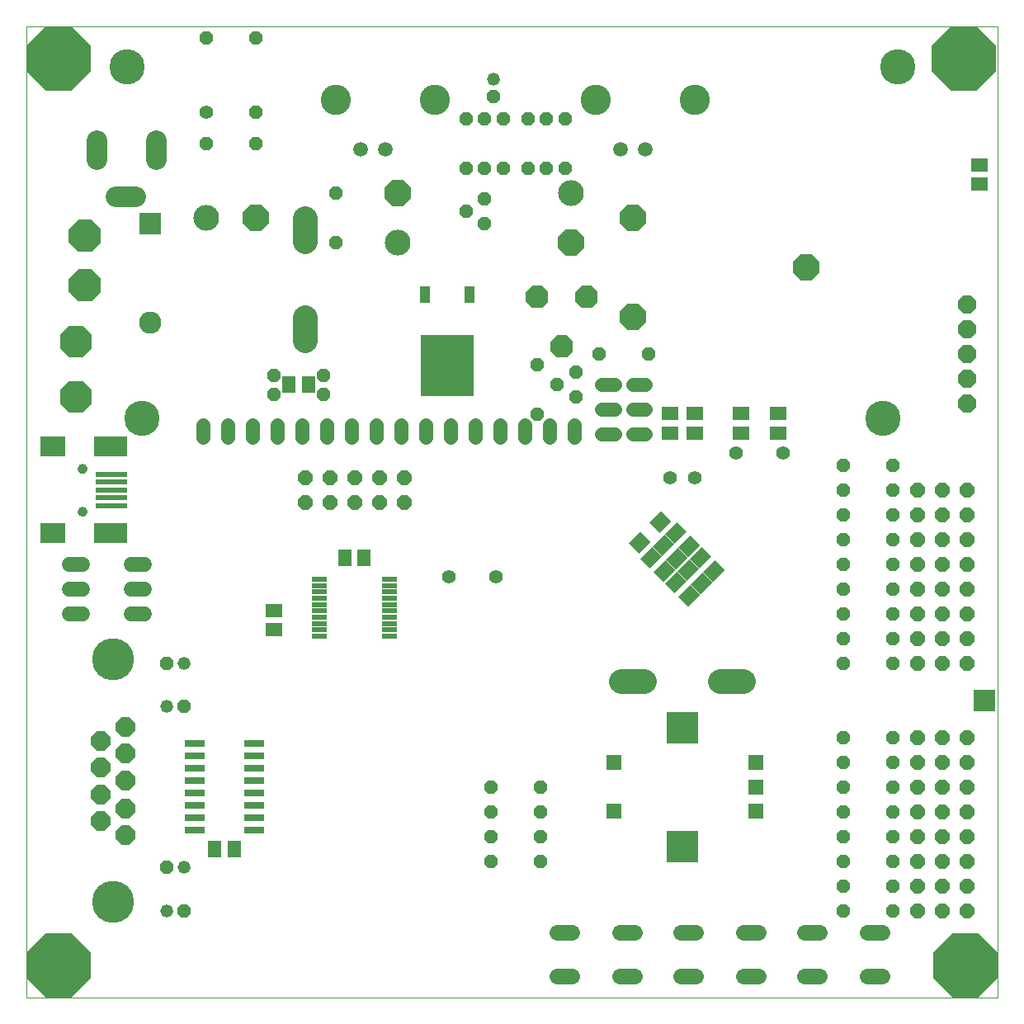
<source format=gbs>
G75*
G70*
%OFA0B0*%
%FSLAX24Y24*%
%IPPOS*%
%LPD*%
%AMOC8*
5,1,8,0,0,1.08239X$1,22.5*
%
%ADD10C,0.0000*%
%ADD11C,0.0560*%
%ADD12C,0.1424*%
%ADD13OC8,0.1290*%
%ADD14C,0.0560*%
%ADD15OC8,0.0560*%
%ADD16C,0.1040*%
%ADD17OC8,0.1040*%
%ADD18C,0.0640*%
%ADD19C,0.0827*%
%ADD20C,0.0594*%
%ADD21C,0.0827*%
%ADD22OC8,0.0800*%
%ADD23C,0.1300*%
%ADD24C,0.1700*%
%ADD25R,0.0840X0.0300*%
%ADD26OC8,0.0520*%
%ADD27C,0.0520*%
%ADD28OC8,0.0900*%
%ADD29OC8,0.0740*%
%ADD30R,0.2166X0.2481*%
%ADD31R,0.0434X0.0670*%
%ADD32OC8,0.1300*%
%ADD33R,0.0900X0.0900*%
%ADD34C,0.0900*%
%ADD35OC8,0.0600*%
%ADD36OC8,0.0594*%
%ADD37R,0.0670X0.0591*%
%ADD38R,0.0552X0.0670*%
%ADD39C,0.0985*%
%ADD40R,0.0670X0.0552*%
%ADD41C,0.0600*%
%ADD42R,0.1024X0.0827*%
%ADD43R,0.1339X0.0827*%
%ADD44R,0.1260X0.0237*%
%ADD45C,0.0394*%
%ADD46R,0.0631X0.0197*%
%ADD47R,0.0634X0.0634*%
%ADD48R,0.1306X0.1306*%
%ADD49R,0.0867X0.0867*%
%ADD50OC8,0.2580*%
%ADD51C,0.1221*%
D10*
X005081Y004038D02*
X005081Y043283D01*
X044323Y043283D01*
X044323Y004038D01*
X005081Y004038D01*
X007951Y007888D02*
X007953Y007938D01*
X007959Y007988D01*
X007969Y008037D01*
X007983Y008085D01*
X008000Y008132D01*
X008021Y008177D01*
X008046Y008221D01*
X008074Y008262D01*
X008106Y008301D01*
X008140Y008338D01*
X008177Y008372D01*
X008217Y008402D01*
X008259Y008429D01*
X008303Y008453D01*
X008349Y008474D01*
X008396Y008490D01*
X008444Y008503D01*
X008494Y008512D01*
X008543Y008517D01*
X008594Y008518D01*
X008644Y008515D01*
X008693Y008508D01*
X008742Y008497D01*
X008790Y008482D01*
X008836Y008464D01*
X008881Y008442D01*
X008924Y008416D01*
X008965Y008387D01*
X009004Y008355D01*
X009040Y008320D01*
X009072Y008282D01*
X009102Y008242D01*
X009129Y008199D01*
X009152Y008155D01*
X009171Y008109D01*
X009187Y008061D01*
X009199Y008012D01*
X009207Y007963D01*
X009211Y007913D01*
X009211Y007863D01*
X009207Y007813D01*
X009199Y007764D01*
X009187Y007715D01*
X009171Y007667D01*
X009152Y007621D01*
X009129Y007577D01*
X009102Y007534D01*
X009072Y007494D01*
X009040Y007456D01*
X009004Y007421D01*
X008965Y007389D01*
X008924Y007360D01*
X008881Y007334D01*
X008836Y007312D01*
X008790Y007294D01*
X008742Y007279D01*
X008693Y007268D01*
X008644Y007261D01*
X008594Y007258D01*
X008543Y007259D01*
X008494Y007264D01*
X008444Y007273D01*
X008396Y007286D01*
X008349Y007302D01*
X008303Y007323D01*
X008259Y007347D01*
X008217Y007374D01*
X008177Y007404D01*
X008140Y007438D01*
X008106Y007475D01*
X008074Y007514D01*
X008046Y007555D01*
X008021Y007599D01*
X008000Y007644D01*
X007983Y007691D01*
X007969Y007739D01*
X007959Y007788D01*
X007953Y007838D01*
X007951Y007888D01*
X007951Y017688D02*
X007953Y017738D01*
X007959Y017788D01*
X007969Y017837D01*
X007983Y017885D01*
X008000Y017932D01*
X008021Y017977D01*
X008046Y018021D01*
X008074Y018062D01*
X008106Y018101D01*
X008140Y018138D01*
X008177Y018172D01*
X008217Y018202D01*
X008259Y018229D01*
X008303Y018253D01*
X008349Y018274D01*
X008396Y018290D01*
X008444Y018303D01*
X008494Y018312D01*
X008543Y018317D01*
X008594Y018318D01*
X008644Y018315D01*
X008693Y018308D01*
X008742Y018297D01*
X008790Y018282D01*
X008836Y018264D01*
X008881Y018242D01*
X008924Y018216D01*
X008965Y018187D01*
X009004Y018155D01*
X009040Y018120D01*
X009072Y018082D01*
X009102Y018042D01*
X009129Y017999D01*
X009152Y017955D01*
X009171Y017909D01*
X009187Y017861D01*
X009199Y017812D01*
X009207Y017763D01*
X009211Y017713D01*
X009211Y017663D01*
X009207Y017613D01*
X009199Y017564D01*
X009187Y017515D01*
X009171Y017467D01*
X009152Y017421D01*
X009129Y017377D01*
X009102Y017334D01*
X009072Y017294D01*
X009040Y017256D01*
X009004Y017221D01*
X008965Y017189D01*
X008924Y017160D01*
X008881Y017134D01*
X008836Y017112D01*
X008790Y017094D01*
X008742Y017079D01*
X008693Y017068D01*
X008644Y017061D01*
X008594Y017058D01*
X008543Y017059D01*
X008494Y017064D01*
X008444Y017073D01*
X008396Y017086D01*
X008349Y017102D01*
X008303Y017123D01*
X008259Y017147D01*
X008217Y017174D01*
X008177Y017204D01*
X008140Y017238D01*
X008106Y017275D01*
X008074Y017314D01*
X008046Y017355D01*
X008021Y017399D01*
X008000Y017444D01*
X007983Y017491D01*
X007969Y017539D01*
X007959Y017588D01*
X007953Y017638D01*
X007951Y017688D01*
X007154Y023672D02*
X007156Y023698D01*
X007162Y023724D01*
X007172Y023749D01*
X007185Y023772D01*
X007201Y023792D01*
X007221Y023810D01*
X007243Y023825D01*
X007266Y023837D01*
X007292Y023845D01*
X007318Y023849D01*
X007344Y023849D01*
X007370Y023845D01*
X007396Y023837D01*
X007420Y023825D01*
X007441Y023810D01*
X007461Y023792D01*
X007477Y023772D01*
X007490Y023749D01*
X007500Y023724D01*
X007506Y023698D01*
X007508Y023672D01*
X007506Y023646D01*
X007500Y023620D01*
X007490Y023595D01*
X007477Y023572D01*
X007461Y023552D01*
X007441Y023534D01*
X007419Y023519D01*
X007396Y023507D01*
X007370Y023499D01*
X007344Y023495D01*
X007318Y023495D01*
X007292Y023499D01*
X007266Y023507D01*
X007242Y023519D01*
X007221Y023534D01*
X007201Y023552D01*
X007185Y023572D01*
X007172Y023595D01*
X007162Y023620D01*
X007156Y023646D01*
X007154Y023672D01*
X007154Y025404D02*
X007156Y025430D01*
X007162Y025456D01*
X007172Y025481D01*
X007185Y025504D01*
X007201Y025524D01*
X007221Y025542D01*
X007243Y025557D01*
X007266Y025569D01*
X007292Y025577D01*
X007318Y025581D01*
X007344Y025581D01*
X007370Y025577D01*
X007396Y025569D01*
X007420Y025557D01*
X007441Y025542D01*
X007461Y025524D01*
X007477Y025504D01*
X007490Y025481D01*
X007500Y025456D01*
X007506Y025430D01*
X007508Y025404D01*
X007506Y025378D01*
X007500Y025352D01*
X007490Y025327D01*
X007477Y025304D01*
X007461Y025284D01*
X007441Y025266D01*
X007419Y025251D01*
X007396Y025239D01*
X007370Y025231D01*
X007344Y025227D01*
X007318Y025227D01*
X007292Y025231D01*
X007266Y025239D01*
X007242Y025251D01*
X007221Y025266D01*
X007201Y025284D01*
X007185Y025304D01*
X007172Y025327D01*
X007162Y025352D01*
X007156Y025378D01*
X007154Y025404D01*
X017187Y040288D02*
X017189Y040327D01*
X017195Y040366D01*
X017205Y040404D01*
X017218Y040441D01*
X017235Y040476D01*
X017255Y040510D01*
X017279Y040541D01*
X017306Y040570D01*
X017335Y040596D01*
X017367Y040619D01*
X017401Y040639D01*
X017437Y040655D01*
X017474Y040667D01*
X017513Y040676D01*
X017552Y040681D01*
X017591Y040682D01*
X017630Y040679D01*
X017669Y040672D01*
X017706Y040661D01*
X017743Y040647D01*
X017778Y040629D01*
X017811Y040608D01*
X017842Y040583D01*
X017870Y040556D01*
X017895Y040526D01*
X017917Y040493D01*
X017936Y040459D01*
X017951Y040423D01*
X017963Y040385D01*
X017971Y040347D01*
X017975Y040308D01*
X017975Y040268D01*
X017971Y040229D01*
X017963Y040191D01*
X017951Y040153D01*
X017936Y040117D01*
X017917Y040083D01*
X017895Y040050D01*
X017870Y040020D01*
X017842Y039993D01*
X017811Y039968D01*
X017778Y039947D01*
X017743Y039929D01*
X017706Y039915D01*
X017669Y039904D01*
X017630Y039897D01*
X017591Y039894D01*
X017552Y039895D01*
X017513Y039900D01*
X017474Y039909D01*
X017437Y039921D01*
X017401Y039937D01*
X017367Y039957D01*
X017335Y039980D01*
X017306Y040006D01*
X017279Y040035D01*
X017255Y040066D01*
X017235Y040100D01*
X017218Y040135D01*
X017205Y040172D01*
X017195Y040210D01*
X017189Y040249D01*
X017187Y040288D01*
X021187Y040288D02*
X021189Y040327D01*
X021195Y040366D01*
X021205Y040404D01*
X021218Y040441D01*
X021235Y040476D01*
X021255Y040510D01*
X021279Y040541D01*
X021306Y040570D01*
X021335Y040596D01*
X021367Y040619D01*
X021401Y040639D01*
X021437Y040655D01*
X021474Y040667D01*
X021513Y040676D01*
X021552Y040681D01*
X021591Y040682D01*
X021630Y040679D01*
X021669Y040672D01*
X021706Y040661D01*
X021743Y040647D01*
X021778Y040629D01*
X021811Y040608D01*
X021842Y040583D01*
X021870Y040556D01*
X021895Y040526D01*
X021917Y040493D01*
X021936Y040459D01*
X021951Y040423D01*
X021963Y040385D01*
X021971Y040347D01*
X021975Y040308D01*
X021975Y040268D01*
X021971Y040229D01*
X021963Y040191D01*
X021951Y040153D01*
X021936Y040117D01*
X021917Y040083D01*
X021895Y040050D01*
X021870Y040020D01*
X021842Y039993D01*
X021811Y039968D01*
X021778Y039947D01*
X021743Y039929D01*
X021706Y039915D01*
X021669Y039904D01*
X021630Y039897D01*
X021591Y039894D01*
X021552Y039895D01*
X021513Y039900D01*
X021474Y039909D01*
X021437Y039921D01*
X021401Y039937D01*
X021367Y039957D01*
X021335Y039980D01*
X021306Y040006D01*
X021279Y040035D01*
X021255Y040066D01*
X021235Y040100D01*
X021218Y040135D01*
X021205Y040172D01*
X021195Y040210D01*
X021189Y040249D01*
X021187Y040288D01*
X027687Y040288D02*
X027689Y040327D01*
X027695Y040366D01*
X027705Y040404D01*
X027718Y040441D01*
X027735Y040476D01*
X027755Y040510D01*
X027779Y040541D01*
X027806Y040570D01*
X027835Y040596D01*
X027867Y040619D01*
X027901Y040639D01*
X027937Y040655D01*
X027974Y040667D01*
X028013Y040676D01*
X028052Y040681D01*
X028091Y040682D01*
X028130Y040679D01*
X028169Y040672D01*
X028206Y040661D01*
X028243Y040647D01*
X028278Y040629D01*
X028311Y040608D01*
X028342Y040583D01*
X028370Y040556D01*
X028395Y040526D01*
X028417Y040493D01*
X028436Y040459D01*
X028451Y040423D01*
X028463Y040385D01*
X028471Y040347D01*
X028475Y040308D01*
X028475Y040268D01*
X028471Y040229D01*
X028463Y040191D01*
X028451Y040153D01*
X028436Y040117D01*
X028417Y040083D01*
X028395Y040050D01*
X028370Y040020D01*
X028342Y039993D01*
X028311Y039968D01*
X028278Y039947D01*
X028243Y039929D01*
X028206Y039915D01*
X028169Y039904D01*
X028130Y039897D01*
X028091Y039894D01*
X028052Y039895D01*
X028013Y039900D01*
X027974Y039909D01*
X027937Y039921D01*
X027901Y039937D01*
X027867Y039957D01*
X027835Y039980D01*
X027806Y040006D01*
X027779Y040035D01*
X027755Y040066D01*
X027735Y040100D01*
X027718Y040135D01*
X027705Y040172D01*
X027695Y040210D01*
X027689Y040249D01*
X027687Y040288D01*
X031687Y040288D02*
X031689Y040327D01*
X031695Y040366D01*
X031705Y040404D01*
X031718Y040441D01*
X031735Y040476D01*
X031755Y040510D01*
X031779Y040541D01*
X031806Y040570D01*
X031835Y040596D01*
X031867Y040619D01*
X031901Y040639D01*
X031937Y040655D01*
X031974Y040667D01*
X032013Y040676D01*
X032052Y040681D01*
X032091Y040682D01*
X032130Y040679D01*
X032169Y040672D01*
X032206Y040661D01*
X032243Y040647D01*
X032278Y040629D01*
X032311Y040608D01*
X032342Y040583D01*
X032370Y040556D01*
X032395Y040526D01*
X032417Y040493D01*
X032436Y040459D01*
X032451Y040423D01*
X032463Y040385D01*
X032471Y040347D01*
X032475Y040308D01*
X032475Y040268D01*
X032471Y040229D01*
X032463Y040191D01*
X032451Y040153D01*
X032436Y040117D01*
X032417Y040083D01*
X032395Y040050D01*
X032370Y040020D01*
X032342Y039993D01*
X032311Y039968D01*
X032278Y039947D01*
X032243Y039929D01*
X032206Y039915D01*
X032169Y039904D01*
X032130Y039897D01*
X032091Y039894D01*
X032052Y039895D01*
X032013Y039900D01*
X031974Y039909D01*
X031937Y039921D01*
X031901Y039937D01*
X031867Y039957D01*
X031835Y039980D01*
X031806Y040006D01*
X031779Y040035D01*
X031755Y040066D01*
X031735Y040100D01*
X031718Y040135D01*
X031705Y040172D01*
X031695Y040210D01*
X031689Y040249D01*
X031687Y040288D01*
D11*
X030091Y028788D02*
X029571Y028788D01*
X028841Y028788D02*
X028321Y028788D01*
X028321Y027788D02*
X028841Y027788D01*
X029571Y027788D02*
X030091Y027788D01*
X030091Y026788D02*
X029571Y026788D01*
X028841Y026788D02*
X028321Y026788D01*
X027218Y026663D02*
X027218Y027183D01*
X026218Y027183D02*
X026218Y026663D01*
X025218Y026663D02*
X025218Y027183D01*
X024218Y027183D02*
X024218Y026663D01*
X023218Y026663D02*
X023218Y027183D01*
X022218Y027183D02*
X022218Y026663D01*
X021218Y026663D02*
X021218Y027183D01*
X020218Y027183D02*
X020218Y026663D01*
X019218Y026663D02*
X019218Y027183D01*
X018218Y027183D02*
X018218Y026663D01*
X017218Y026663D02*
X017218Y027183D01*
X016218Y027183D02*
X016218Y026663D01*
X015218Y026663D02*
X015218Y027183D01*
X014218Y027183D02*
X014218Y026663D01*
X013218Y026663D02*
X013218Y027183D01*
X012218Y027183D02*
X012218Y026663D01*
D12*
X009737Y027444D03*
X009143Y041632D03*
X039675Y027444D03*
X040268Y041632D03*
D13*
X007081Y030538D03*
X007081Y028288D03*
D14*
X012331Y039788D03*
X022131Y021038D03*
X024031Y021038D03*
X031081Y025038D03*
X032081Y025038D03*
X033756Y026038D03*
X035656Y026038D03*
D15*
X038081Y025538D03*
X038081Y024538D03*
X038081Y023538D03*
X038081Y022538D03*
X038081Y021538D03*
X038081Y020538D03*
X038081Y019538D03*
X038081Y018538D03*
X038081Y017538D03*
X040081Y017538D03*
X040081Y018538D03*
X040081Y019538D03*
X040081Y020538D03*
X040081Y021538D03*
X040081Y022538D03*
X040081Y023538D03*
X040081Y024538D03*
X040081Y025538D03*
X030206Y030038D03*
X028206Y030038D03*
X027268Y029288D03*
X026518Y028788D03*
X027268Y028288D03*
X025706Y027600D03*
X025706Y029600D03*
X023581Y035288D03*
X022831Y035788D03*
X023581Y036288D03*
X023581Y037538D03*
X022831Y037538D03*
X024331Y037538D03*
X025331Y037538D03*
X026081Y037538D03*
X026831Y037538D03*
X026831Y039538D03*
X026081Y039538D03*
X025331Y039538D03*
X024331Y039538D03*
X023581Y039538D03*
X022831Y039538D03*
X017581Y036538D03*
X017581Y034538D03*
X014331Y038538D03*
X014331Y039788D03*
X012331Y038538D03*
X012331Y042788D03*
X014331Y042788D03*
X015081Y029163D03*
X015081Y028413D03*
X017081Y028413D03*
X017081Y029163D03*
X023831Y012538D03*
X023831Y011538D03*
X023831Y010538D03*
X023831Y009538D03*
X025831Y009538D03*
X025831Y010538D03*
X025831Y011538D03*
X025831Y012538D03*
X038081Y012538D03*
X038081Y013538D03*
X038081Y014538D03*
X040081Y014538D03*
X040081Y013538D03*
X040081Y012538D03*
X040081Y011538D03*
X040081Y010538D03*
X040081Y009538D03*
X040081Y008538D03*
X040081Y007538D03*
X038081Y007538D03*
X038081Y008538D03*
X038081Y009538D03*
X038081Y010538D03*
X038081Y011538D03*
D16*
X020081Y034538D03*
X027081Y036538D03*
X012331Y035538D03*
D17*
X014331Y035538D03*
X020081Y036538D03*
X027081Y034538D03*
X029581Y035538D03*
X029581Y031538D03*
X036581Y033538D03*
D18*
X036501Y006678D02*
X037101Y006678D01*
X037101Y004898D02*
X036501Y004898D01*
X034661Y004898D02*
X034061Y004898D01*
X034061Y006678D02*
X034661Y006678D01*
X032101Y006678D02*
X031501Y006678D01*
X031501Y004898D02*
X032101Y004898D01*
X029661Y004898D02*
X029061Y004898D01*
X029061Y006678D02*
X029661Y006678D01*
X027101Y006678D02*
X026501Y006678D01*
X026501Y004898D02*
X027101Y004898D01*
X039061Y004898D02*
X039661Y004898D01*
X039661Y006678D02*
X039061Y006678D01*
D19*
X010301Y037894D02*
X010301Y038682D01*
X009475Y036398D02*
X008687Y036398D01*
X007900Y037894D02*
X007900Y038682D01*
D20*
X018581Y038288D03*
X019581Y038288D03*
X029081Y038288D03*
X030081Y038288D03*
D21*
X028081Y040288D03*
X032081Y040288D03*
X021581Y040288D03*
X017581Y040288D03*
D22*
X009081Y014976D03*
X008081Y014413D03*
X008081Y013351D03*
X008081Y012225D03*
X008081Y011163D03*
X009081Y011663D03*
X009081Y010600D03*
X009081Y012788D03*
X009081Y013913D03*
D23*
X008581Y017688D03*
X008581Y007888D03*
D24*
X008581Y007888D03*
X008581Y017688D03*
D25*
X011871Y014288D03*
X011871Y013788D03*
X011871Y013288D03*
X011871Y012788D03*
X011871Y012288D03*
X011871Y011788D03*
X011871Y011288D03*
X011871Y010788D03*
X014291Y010788D03*
X014291Y011288D03*
X014291Y011788D03*
X014291Y012288D03*
X014291Y012788D03*
X014291Y013288D03*
X014291Y013788D03*
X014291Y014288D03*
D26*
X011431Y015788D03*
X010731Y017538D03*
X010731Y009288D03*
X011431Y007538D03*
X023956Y040438D03*
D27*
X023956Y041138D03*
X011431Y017538D03*
X010731Y015788D03*
X011431Y009288D03*
X010731Y007538D03*
D28*
X026706Y030350D03*
X027706Y032350D03*
X025706Y032350D03*
D29*
X043081Y032038D03*
X043081Y031038D03*
X043081Y030038D03*
X043081Y029038D03*
X043081Y028038D03*
D30*
X022081Y029554D03*
D31*
X022979Y032428D03*
X021183Y032428D03*
D32*
X007456Y032788D03*
X007456Y034788D03*
D33*
X010081Y035288D03*
D34*
X010081Y031288D03*
D35*
X016331Y025038D03*
X017331Y025038D03*
X018331Y025038D03*
X019331Y025038D03*
X020331Y025038D03*
X020331Y024038D03*
X019331Y024038D03*
X018331Y024038D03*
X017331Y024038D03*
X016331Y024038D03*
X042081Y017538D03*
X043081Y017538D03*
X043081Y007538D03*
X042081Y007538D03*
D36*
X042081Y008538D03*
X043081Y008538D03*
X043081Y009538D03*
X043081Y010538D03*
X043081Y011538D03*
X043081Y012538D03*
X043081Y013538D03*
X043081Y014538D03*
X042081Y014538D03*
X042081Y013538D03*
X042081Y012538D03*
X042081Y011538D03*
X042081Y010538D03*
X042081Y009538D03*
X041081Y009538D03*
X041081Y010538D03*
X041081Y011538D03*
X041081Y012538D03*
X041081Y013538D03*
X041081Y014538D03*
X041081Y017538D03*
X041081Y018538D03*
X042081Y018538D03*
X043081Y018538D03*
X043081Y019538D03*
X043081Y020538D03*
X043081Y021538D03*
X043081Y022538D03*
X043081Y023538D03*
X043081Y024538D03*
X042081Y024538D03*
X042081Y023538D03*
X042081Y022538D03*
X042081Y021538D03*
X042081Y020538D03*
X042081Y019538D03*
X041081Y019538D03*
X041081Y020538D03*
X041081Y021538D03*
X041081Y022538D03*
X041081Y023538D03*
X041081Y024538D03*
X041081Y008538D03*
X041081Y007538D03*
D37*
G36*
X030288Y022443D02*
X029815Y021970D01*
X029398Y022387D01*
X029871Y022860D01*
X030288Y022443D01*
G37*
G36*
X030233Y023222D02*
X030706Y023695D01*
X031123Y023278D01*
X030650Y022805D01*
X030233Y023222D01*
G37*
D38*
G36*
X030762Y021884D02*
X030371Y022275D01*
X030844Y022748D01*
X031235Y022357D01*
X030762Y021884D01*
G37*
G36*
X030262Y021384D02*
X029871Y021775D01*
X030344Y022248D01*
X030735Y021857D01*
X030262Y021384D01*
G37*
G36*
X030818Y020828D02*
X030427Y021219D01*
X030900Y021692D01*
X031291Y021301D01*
X030818Y020828D01*
G37*
G36*
X031344Y021248D02*
X031735Y020857D01*
X031262Y020384D01*
X030871Y020775D01*
X031344Y021248D01*
G37*
G36*
X031844Y021748D02*
X032235Y021357D01*
X031762Y020884D01*
X031371Y021275D01*
X031844Y021748D01*
G37*
G36*
X032344Y022248D02*
X032735Y021857D01*
X032262Y021384D01*
X031871Y021775D01*
X032344Y022248D01*
G37*
G36*
X031818Y021828D02*
X031427Y022219D01*
X031900Y022692D01*
X032291Y022301D01*
X031818Y021828D01*
G37*
G36*
X031318Y021328D02*
X030927Y021719D01*
X031400Y022192D01*
X031791Y021801D01*
X031318Y021328D01*
G37*
G36*
X032400Y021192D02*
X032791Y020801D01*
X032318Y020328D01*
X031927Y020719D01*
X032400Y021192D01*
G37*
G36*
X032900Y021692D02*
X033291Y021301D01*
X032818Y020828D01*
X032427Y021219D01*
X032900Y021692D01*
G37*
G36*
X031900Y020692D02*
X032291Y020301D01*
X031818Y019828D01*
X031427Y020219D01*
X031900Y020692D01*
G37*
G36*
X031262Y022384D02*
X030871Y022775D01*
X031344Y023248D01*
X031735Y022857D01*
X031262Y022384D01*
G37*
X018725Y021788D03*
X017937Y021788D03*
X016475Y028788D03*
X015687Y028788D03*
X013475Y010038D03*
X012687Y010038D03*
D39*
X029108Y016788D02*
X030053Y016788D01*
X033108Y016788D02*
X034053Y016788D01*
X016331Y030565D02*
X016331Y031510D01*
X016331Y034565D02*
X016331Y035510D01*
D40*
X015081Y019682D03*
X015081Y018894D03*
X031081Y026832D03*
X031081Y027619D03*
X032081Y027619D03*
X032081Y026832D03*
X033956Y026832D03*
X033956Y027619D03*
X035456Y027619D03*
X035456Y026832D03*
X043581Y036894D03*
X043581Y037682D03*
D41*
X009861Y021538D02*
X009301Y021538D01*
X009301Y020538D02*
X009861Y020538D01*
X009861Y019538D02*
X009301Y019538D01*
X007361Y019538D02*
X006801Y019538D01*
X006801Y020538D02*
X007361Y020538D01*
X007361Y021538D02*
X006801Y021538D01*
D42*
X006150Y022786D03*
X006150Y026290D03*
D43*
X008473Y026290D03*
X008473Y022786D03*
D44*
X008512Y023908D03*
X008512Y024223D03*
X008512Y024538D03*
X008512Y024853D03*
X008512Y025168D03*
D45*
X007331Y025404D03*
X007331Y023672D03*
D46*
X016904Y020940D03*
X016904Y020684D03*
X016904Y020428D03*
X016904Y020172D03*
X016904Y019916D03*
X016904Y019660D03*
X016904Y019404D03*
X016904Y019148D03*
X016904Y018892D03*
X016904Y018636D03*
X019758Y018636D03*
X019758Y018892D03*
X019758Y019148D03*
X019758Y019404D03*
X019758Y019660D03*
X019758Y019916D03*
X019758Y020172D03*
X019758Y020428D03*
X019758Y020684D03*
X019758Y020940D03*
D47*
X028825Y013522D03*
X028825Y011554D03*
X034534Y011554D03*
X034534Y012538D03*
X034534Y013522D03*
D48*
X031581Y014940D03*
X031581Y010136D03*
D49*
X043768Y016038D03*
D50*
X043018Y005350D03*
X042956Y041975D03*
X006393Y041975D03*
X006393Y005350D03*
D51*
X017581Y040288D03*
X021581Y040288D03*
X028081Y040288D03*
X032081Y040288D03*
M02*

</source>
